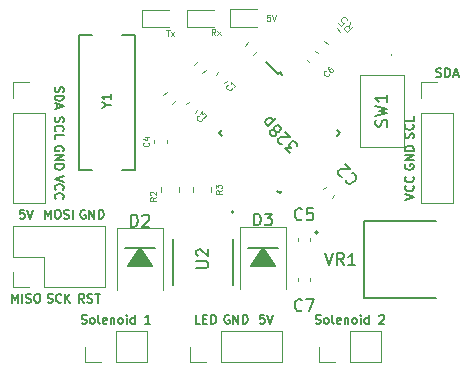
<source format=gbr>
%TF.GenerationSoftware,KiCad,Pcbnew,(6.0.2)*%
%TF.CreationDate,2022-04-29T01:07:20-04:00*%
%TF.ProjectId,Spacecraft ATmega328 MOSFET,53706163-6563-4726-9166-742041546d65,rev?*%
%TF.SameCoordinates,Original*%
%TF.FileFunction,Legend,Top*%
%TF.FilePolarity,Positive*%
%FSLAX46Y46*%
G04 Gerber Fmt 4.6, Leading zero omitted, Abs format (unit mm)*
G04 Created by KiCad (PCBNEW (6.0.2)) date 2022-04-29 01:07:20*
%MOMM*%
%LPD*%
G01*
G04 APERTURE LIST*
%ADD10C,0.150000*%
%ADD11C,0.100000*%
%ADD12C,0.130000*%
%ADD13C,0.125000*%
%ADD14C,0.120000*%
%ADD15C,0.127000*%
%ADD16C,0.200000*%
G04 APERTURE END LIST*
D10*
X98806000Y-81788000D02*
X97790000Y-83312000D01*
X108204000Y-83312000D02*
X110236000Y-83312000D01*
X107950000Y-81788000D02*
X110490000Y-81788000D01*
X110236000Y-83312000D02*
X109220000Y-81788000D01*
X109220000Y-81788000D02*
X108204000Y-83312000D01*
D11*
X110236000Y-83312000D02*
X108204000Y-83312000D01*
X108204000Y-83312000D02*
X109220000Y-81788000D01*
X109220000Y-81788000D02*
X110236000Y-83312000D01*
G36*
X110236000Y-83312000D02*
G01*
X108204000Y-83312000D01*
X109220000Y-81788000D01*
X110236000Y-83312000D01*
G37*
X110236000Y-83312000D02*
X108204000Y-83312000D01*
X109220000Y-81788000D01*
X110236000Y-83312000D01*
D10*
X99822000Y-83312000D02*
X98806000Y-81788000D01*
X97790000Y-83312000D02*
X99822000Y-83312000D01*
X97536000Y-81788000D02*
X100076000Y-81788000D01*
D11*
X99822000Y-83312000D02*
X97790000Y-83312000D01*
X97790000Y-83312000D02*
X98806000Y-81788000D01*
X98806000Y-81788000D02*
X99822000Y-83312000D01*
G36*
X99822000Y-83312000D02*
G01*
X97790000Y-83312000D01*
X98806000Y-81788000D01*
X99822000Y-83312000D01*
G37*
X99822000Y-83312000D02*
X97790000Y-83312000D01*
X98806000Y-81788000D01*
X99822000Y-83312000D01*
D12*
X113675285Y-88187571D02*
X113782428Y-88223285D01*
X113961000Y-88223285D01*
X114032428Y-88187571D01*
X114068142Y-88151857D01*
X114103857Y-88080428D01*
X114103857Y-88009000D01*
X114068142Y-87937571D01*
X114032428Y-87901857D01*
X113961000Y-87866142D01*
X113818142Y-87830428D01*
X113746714Y-87794714D01*
X113711000Y-87759000D01*
X113675285Y-87687571D01*
X113675285Y-87616142D01*
X113711000Y-87544714D01*
X113746714Y-87509000D01*
X113818142Y-87473285D01*
X113996714Y-87473285D01*
X114103857Y-87509000D01*
X114532428Y-88223285D02*
X114461000Y-88187571D01*
X114425285Y-88151857D01*
X114389571Y-88080428D01*
X114389571Y-87866142D01*
X114425285Y-87794714D01*
X114461000Y-87759000D01*
X114532428Y-87723285D01*
X114639571Y-87723285D01*
X114711000Y-87759000D01*
X114746714Y-87794714D01*
X114782428Y-87866142D01*
X114782428Y-88080428D01*
X114746714Y-88151857D01*
X114711000Y-88187571D01*
X114639571Y-88223285D01*
X114532428Y-88223285D01*
X115211000Y-88223285D02*
X115139571Y-88187571D01*
X115103857Y-88116142D01*
X115103857Y-87473285D01*
X115782428Y-88187571D02*
X115711000Y-88223285D01*
X115568142Y-88223285D01*
X115496714Y-88187571D01*
X115461000Y-88116142D01*
X115461000Y-87830428D01*
X115496714Y-87759000D01*
X115568142Y-87723285D01*
X115711000Y-87723285D01*
X115782428Y-87759000D01*
X115818142Y-87830428D01*
X115818142Y-87901857D01*
X115461000Y-87973285D01*
X116139571Y-87723285D02*
X116139571Y-88223285D01*
X116139571Y-87794714D02*
X116175285Y-87759000D01*
X116246714Y-87723285D01*
X116353857Y-87723285D01*
X116425285Y-87759000D01*
X116461000Y-87830428D01*
X116461000Y-88223285D01*
X116925285Y-88223285D02*
X116853857Y-88187571D01*
X116818142Y-88151857D01*
X116782428Y-88080428D01*
X116782428Y-87866142D01*
X116818142Y-87794714D01*
X116853857Y-87759000D01*
X116925285Y-87723285D01*
X117032428Y-87723285D01*
X117103857Y-87759000D01*
X117139571Y-87794714D01*
X117175285Y-87866142D01*
X117175285Y-88080428D01*
X117139571Y-88151857D01*
X117103857Y-88187571D01*
X117032428Y-88223285D01*
X116925285Y-88223285D01*
X117496714Y-88223285D02*
X117496714Y-87723285D01*
X117496714Y-87473285D02*
X117461000Y-87509000D01*
X117496714Y-87544714D01*
X117532428Y-87509000D01*
X117496714Y-87473285D01*
X117496714Y-87544714D01*
X118175285Y-88223285D02*
X118175285Y-87473285D01*
X118175285Y-88187571D02*
X118103857Y-88223285D01*
X117961000Y-88223285D01*
X117889571Y-88187571D01*
X117853857Y-88151857D01*
X117818142Y-88080428D01*
X117818142Y-87866142D01*
X117853857Y-87794714D01*
X117889571Y-87759000D01*
X117961000Y-87723285D01*
X118103857Y-87723285D01*
X118175285Y-87759000D01*
X119068142Y-87544714D02*
X119103857Y-87509000D01*
X119175285Y-87473285D01*
X119353857Y-87473285D01*
X119425285Y-87509000D01*
X119461000Y-87544714D01*
X119496714Y-87616142D01*
X119496714Y-87687571D01*
X119461000Y-87794714D01*
X119032428Y-88223285D01*
X119496714Y-88223285D01*
X93863285Y-88187571D02*
X93970428Y-88223285D01*
X94149000Y-88223285D01*
X94220428Y-88187571D01*
X94256142Y-88151857D01*
X94291857Y-88080428D01*
X94291857Y-88009000D01*
X94256142Y-87937571D01*
X94220428Y-87901857D01*
X94149000Y-87866142D01*
X94006142Y-87830428D01*
X93934714Y-87794714D01*
X93899000Y-87759000D01*
X93863285Y-87687571D01*
X93863285Y-87616142D01*
X93899000Y-87544714D01*
X93934714Y-87509000D01*
X94006142Y-87473285D01*
X94184714Y-87473285D01*
X94291857Y-87509000D01*
X94720428Y-88223285D02*
X94649000Y-88187571D01*
X94613285Y-88151857D01*
X94577571Y-88080428D01*
X94577571Y-87866142D01*
X94613285Y-87794714D01*
X94649000Y-87759000D01*
X94720428Y-87723285D01*
X94827571Y-87723285D01*
X94899000Y-87759000D01*
X94934714Y-87794714D01*
X94970428Y-87866142D01*
X94970428Y-88080428D01*
X94934714Y-88151857D01*
X94899000Y-88187571D01*
X94827571Y-88223285D01*
X94720428Y-88223285D01*
X95399000Y-88223285D02*
X95327571Y-88187571D01*
X95291857Y-88116142D01*
X95291857Y-87473285D01*
X95970428Y-88187571D02*
X95899000Y-88223285D01*
X95756142Y-88223285D01*
X95684714Y-88187571D01*
X95649000Y-88116142D01*
X95649000Y-87830428D01*
X95684714Y-87759000D01*
X95756142Y-87723285D01*
X95899000Y-87723285D01*
X95970428Y-87759000D01*
X96006142Y-87830428D01*
X96006142Y-87901857D01*
X95649000Y-87973285D01*
X96327571Y-87723285D02*
X96327571Y-88223285D01*
X96327571Y-87794714D02*
X96363285Y-87759000D01*
X96434714Y-87723285D01*
X96541857Y-87723285D01*
X96613285Y-87759000D01*
X96649000Y-87830428D01*
X96649000Y-88223285D01*
X97113285Y-88223285D02*
X97041857Y-88187571D01*
X97006142Y-88151857D01*
X96970428Y-88080428D01*
X96970428Y-87866142D01*
X97006142Y-87794714D01*
X97041857Y-87759000D01*
X97113285Y-87723285D01*
X97220428Y-87723285D01*
X97291857Y-87759000D01*
X97327571Y-87794714D01*
X97363285Y-87866142D01*
X97363285Y-88080428D01*
X97327571Y-88151857D01*
X97291857Y-88187571D01*
X97220428Y-88223285D01*
X97113285Y-88223285D01*
X97684714Y-88223285D02*
X97684714Y-87723285D01*
X97684714Y-87473285D02*
X97649000Y-87509000D01*
X97684714Y-87544714D01*
X97720428Y-87509000D01*
X97684714Y-87473285D01*
X97684714Y-87544714D01*
X98363285Y-88223285D02*
X98363285Y-87473285D01*
X98363285Y-88187571D02*
X98291857Y-88223285D01*
X98149000Y-88223285D01*
X98077571Y-88187571D01*
X98041857Y-88151857D01*
X98006142Y-88080428D01*
X98006142Y-87866142D01*
X98041857Y-87794714D01*
X98077571Y-87759000D01*
X98149000Y-87723285D01*
X98291857Y-87723285D01*
X98363285Y-87759000D01*
X99684714Y-88223285D02*
X99256142Y-88223285D01*
X99470428Y-88223285D02*
X99470428Y-87473285D01*
X99399000Y-87580428D01*
X99327571Y-87651857D01*
X99256142Y-87687571D01*
X121255285Y-77708000D02*
X122005285Y-77458000D01*
X121255285Y-77208000D01*
X121933857Y-76529428D02*
X121969571Y-76565142D01*
X122005285Y-76672285D01*
X122005285Y-76743714D01*
X121969571Y-76850857D01*
X121898142Y-76922285D01*
X121826714Y-76958000D01*
X121683857Y-76993714D01*
X121576714Y-76993714D01*
X121433857Y-76958000D01*
X121362428Y-76922285D01*
X121291000Y-76850857D01*
X121255285Y-76743714D01*
X121255285Y-76672285D01*
X121291000Y-76565142D01*
X121326714Y-76529428D01*
X121933857Y-75779428D02*
X121969571Y-75815142D01*
X122005285Y-75922285D01*
X122005285Y-75993714D01*
X121969571Y-76100857D01*
X121898142Y-76172285D01*
X121826714Y-76208000D01*
X121683857Y-76243714D01*
X121576714Y-76243714D01*
X121433857Y-76208000D01*
X121362428Y-76172285D01*
X121291000Y-76100857D01*
X121255285Y-75993714D01*
X121255285Y-75922285D01*
X121291000Y-75815142D01*
X121326714Y-75779428D01*
X87975428Y-86445285D02*
X87975428Y-85695285D01*
X88225428Y-86231000D01*
X88475428Y-85695285D01*
X88475428Y-86445285D01*
X88832571Y-86445285D02*
X88832571Y-85695285D01*
X89154000Y-86409571D02*
X89261142Y-86445285D01*
X89439714Y-86445285D01*
X89511142Y-86409571D01*
X89546857Y-86373857D01*
X89582571Y-86302428D01*
X89582571Y-86231000D01*
X89546857Y-86159571D01*
X89511142Y-86123857D01*
X89439714Y-86088142D01*
X89296857Y-86052428D01*
X89225428Y-86016714D01*
X89189714Y-85981000D01*
X89154000Y-85909571D01*
X89154000Y-85838142D01*
X89189714Y-85766714D01*
X89225428Y-85731000D01*
X89296857Y-85695285D01*
X89475428Y-85695285D01*
X89582571Y-85731000D01*
X90046857Y-85695285D02*
X90189714Y-85695285D01*
X90261142Y-85731000D01*
X90332571Y-85802428D01*
X90368285Y-85945285D01*
X90368285Y-86195285D01*
X90332571Y-86338142D01*
X90261142Y-86409571D01*
X90189714Y-86445285D01*
X90046857Y-86445285D01*
X89975428Y-86409571D01*
X89904000Y-86338142D01*
X89868285Y-86195285D01*
X89868285Y-85945285D01*
X89904000Y-85802428D01*
X89975428Y-85731000D01*
X90046857Y-85695285D01*
X91644428Y-68177285D02*
X91608714Y-68284428D01*
X91608714Y-68463000D01*
X91644428Y-68534428D01*
X91680142Y-68570142D01*
X91751571Y-68605857D01*
X91823000Y-68605857D01*
X91894428Y-68570142D01*
X91930142Y-68534428D01*
X91965857Y-68463000D01*
X92001571Y-68320142D01*
X92037285Y-68248714D01*
X92073000Y-68213000D01*
X92144428Y-68177285D01*
X92215857Y-68177285D01*
X92287285Y-68213000D01*
X92323000Y-68248714D01*
X92358714Y-68320142D01*
X92358714Y-68498714D01*
X92323000Y-68605857D01*
X91608714Y-68927285D02*
X92358714Y-68927285D01*
X92358714Y-69105857D01*
X92323000Y-69213000D01*
X92251571Y-69284428D01*
X92180142Y-69320142D01*
X92037285Y-69355857D01*
X91930142Y-69355857D01*
X91787285Y-69320142D01*
X91715857Y-69284428D01*
X91644428Y-69213000D01*
X91608714Y-69105857D01*
X91608714Y-68927285D01*
X91823000Y-69641571D02*
X91823000Y-69998714D01*
X91608714Y-69570142D02*
X92358714Y-69820142D01*
X91608714Y-70070142D01*
X109331142Y-87473285D02*
X108974000Y-87473285D01*
X108938285Y-87830428D01*
X108974000Y-87794714D01*
X109045428Y-87759000D01*
X109224000Y-87759000D01*
X109295428Y-87794714D01*
X109331142Y-87830428D01*
X109366857Y-87901857D01*
X109366857Y-88080428D01*
X109331142Y-88151857D01*
X109295428Y-88187571D01*
X109224000Y-88223285D01*
X109045428Y-88223285D01*
X108974000Y-88187571D01*
X108938285Y-88151857D01*
X109581142Y-87473285D02*
X109831142Y-88223285D01*
X110081142Y-87473285D01*
X92358714Y-75708000D02*
X91608714Y-75958000D01*
X92358714Y-76208000D01*
X91680142Y-76886571D02*
X91644428Y-76850857D01*
X91608714Y-76743714D01*
X91608714Y-76672285D01*
X91644428Y-76565142D01*
X91715857Y-76493714D01*
X91787285Y-76458000D01*
X91930142Y-76422285D01*
X92037285Y-76422285D01*
X92180142Y-76458000D01*
X92251571Y-76493714D01*
X92323000Y-76565142D01*
X92358714Y-76672285D01*
X92358714Y-76743714D01*
X92323000Y-76850857D01*
X92287285Y-76886571D01*
X91680142Y-77636571D02*
X91644428Y-77600857D01*
X91608714Y-77493714D01*
X91608714Y-77422285D01*
X91644428Y-77315142D01*
X91715857Y-77243714D01*
X91787285Y-77208000D01*
X91930142Y-77172285D01*
X92037285Y-77172285D01*
X92180142Y-77208000D01*
X92251571Y-77243714D01*
X92323000Y-77315142D01*
X92358714Y-77422285D01*
X92358714Y-77493714D01*
X92323000Y-77600857D01*
X92287285Y-77636571D01*
X94170571Y-78619000D02*
X94099142Y-78583285D01*
X93992000Y-78583285D01*
X93884857Y-78619000D01*
X93813428Y-78690428D01*
X93777714Y-78761857D01*
X93742000Y-78904714D01*
X93742000Y-79011857D01*
X93777714Y-79154714D01*
X93813428Y-79226142D01*
X93884857Y-79297571D01*
X93992000Y-79333285D01*
X94063428Y-79333285D01*
X94170571Y-79297571D01*
X94206285Y-79261857D01*
X94206285Y-79011857D01*
X94063428Y-79011857D01*
X94527714Y-79333285D02*
X94527714Y-78583285D01*
X94956285Y-79333285D01*
X94956285Y-78583285D01*
X95313428Y-79333285D02*
X95313428Y-78583285D01*
X95492000Y-78583285D01*
X95599142Y-78619000D01*
X95670571Y-78690428D01*
X95706285Y-78761857D01*
X95742000Y-78904714D01*
X95742000Y-79011857D01*
X95706285Y-79154714D01*
X95670571Y-79226142D01*
X95599142Y-79297571D01*
X95492000Y-79333285D01*
X95313428Y-79333285D01*
X90983714Y-86409571D02*
X91090857Y-86445285D01*
X91269428Y-86445285D01*
X91340857Y-86409571D01*
X91376571Y-86373857D01*
X91412285Y-86302428D01*
X91412285Y-86231000D01*
X91376571Y-86159571D01*
X91340857Y-86123857D01*
X91269428Y-86088142D01*
X91126571Y-86052428D01*
X91055142Y-86016714D01*
X91019428Y-85981000D01*
X90983714Y-85909571D01*
X90983714Y-85838142D01*
X91019428Y-85766714D01*
X91055142Y-85731000D01*
X91126571Y-85695285D01*
X91305142Y-85695285D01*
X91412285Y-85731000D01*
X92162285Y-86373857D02*
X92126571Y-86409571D01*
X92019428Y-86445285D01*
X91948000Y-86445285D01*
X91840857Y-86409571D01*
X91769428Y-86338142D01*
X91733714Y-86266714D01*
X91698000Y-86123857D01*
X91698000Y-86016714D01*
X91733714Y-85873857D01*
X91769428Y-85802428D01*
X91840857Y-85731000D01*
X91948000Y-85695285D01*
X92019428Y-85695285D01*
X92126571Y-85731000D01*
X92162285Y-85766714D01*
X92483714Y-86445285D02*
X92483714Y-85695285D01*
X92912285Y-86445285D02*
X92590857Y-86016714D01*
X92912285Y-85695285D02*
X92483714Y-86123857D01*
X121969571Y-72520857D02*
X122005285Y-72413714D01*
X122005285Y-72235142D01*
X121969571Y-72163714D01*
X121933857Y-72128000D01*
X121862428Y-72092285D01*
X121791000Y-72092285D01*
X121719571Y-72128000D01*
X121683857Y-72163714D01*
X121648142Y-72235142D01*
X121612428Y-72378000D01*
X121576714Y-72449428D01*
X121541000Y-72485142D01*
X121469571Y-72520857D01*
X121398142Y-72520857D01*
X121326714Y-72485142D01*
X121291000Y-72449428D01*
X121255285Y-72378000D01*
X121255285Y-72199428D01*
X121291000Y-72092285D01*
X121933857Y-71342285D02*
X121969571Y-71378000D01*
X122005285Y-71485142D01*
X122005285Y-71556571D01*
X121969571Y-71663714D01*
X121898142Y-71735142D01*
X121826714Y-71770857D01*
X121683857Y-71806571D01*
X121576714Y-71806571D01*
X121433857Y-71770857D01*
X121362428Y-71735142D01*
X121291000Y-71663714D01*
X121255285Y-71556571D01*
X121255285Y-71485142D01*
X121291000Y-71378000D01*
X121326714Y-71342285D01*
X122005285Y-70663714D02*
X122005285Y-71020857D01*
X121255285Y-71020857D01*
X123889285Y-67303571D02*
X123996428Y-67339285D01*
X124175000Y-67339285D01*
X124246428Y-67303571D01*
X124282142Y-67267857D01*
X124317857Y-67196428D01*
X124317857Y-67125000D01*
X124282142Y-67053571D01*
X124246428Y-67017857D01*
X124175000Y-66982142D01*
X124032142Y-66946428D01*
X123960714Y-66910714D01*
X123925000Y-66875000D01*
X123889285Y-66803571D01*
X123889285Y-66732142D01*
X123925000Y-66660714D01*
X123960714Y-66625000D01*
X124032142Y-66589285D01*
X124210714Y-66589285D01*
X124317857Y-66625000D01*
X124639285Y-67339285D02*
X124639285Y-66589285D01*
X124817857Y-66589285D01*
X124925000Y-66625000D01*
X124996428Y-66696428D01*
X125032142Y-66767857D01*
X125067857Y-66910714D01*
X125067857Y-67017857D01*
X125032142Y-67160714D01*
X124996428Y-67232142D01*
X124925000Y-67303571D01*
X124817857Y-67339285D01*
X124639285Y-67339285D01*
X125353571Y-67125000D02*
X125710714Y-67125000D01*
X125282142Y-67339285D02*
X125532142Y-66589285D01*
X125782142Y-67339285D01*
X94077285Y-86445285D02*
X93827285Y-86088142D01*
X93648714Y-86445285D02*
X93648714Y-85695285D01*
X93934428Y-85695285D01*
X94005857Y-85731000D01*
X94041571Y-85766714D01*
X94077285Y-85838142D01*
X94077285Y-85945285D01*
X94041571Y-86016714D01*
X94005857Y-86052428D01*
X93934428Y-86088142D01*
X93648714Y-86088142D01*
X94363000Y-86409571D02*
X94470142Y-86445285D01*
X94648714Y-86445285D01*
X94720142Y-86409571D01*
X94755857Y-86373857D01*
X94791571Y-86302428D01*
X94791571Y-86231000D01*
X94755857Y-86159571D01*
X94720142Y-86123857D01*
X94648714Y-86088142D01*
X94505857Y-86052428D01*
X94434428Y-86016714D01*
X94398714Y-85981000D01*
X94363000Y-85909571D01*
X94363000Y-85838142D01*
X94398714Y-85766714D01*
X94434428Y-85731000D01*
X94505857Y-85695285D01*
X94684428Y-85695285D01*
X94791571Y-85731000D01*
X95005857Y-85695285D02*
X95434428Y-85695285D01*
X95220142Y-86445285D02*
X95220142Y-85695285D01*
X90769428Y-79333285D02*
X90769428Y-78583285D01*
X91019428Y-79119000D01*
X91269428Y-78583285D01*
X91269428Y-79333285D01*
X91769428Y-78583285D02*
X91912285Y-78583285D01*
X91983714Y-78619000D01*
X92055142Y-78690428D01*
X92090857Y-78833285D01*
X92090857Y-79083285D01*
X92055142Y-79226142D01*
X91983714Y-79297571D01*
X91912285Y-79333285D01*
X91769428Y-79333285D01*
X91698000Y-79297571D01*
X91626571Y-79226142D01*
X91590857Y-79083285D01*
X91590857Y-78833285D01*
X91626571Y-78690428D01*
X91698000Y-78619000D01*
X91769428Y-78583285D01*
X92376571Y-79297571D02*
X92483714Y-79333285D01*
X92662285Y-79333285D01*
X92733714Y-79297571D01*
X92769428Y-79261857D01*
X92805142Y-79190428D01*
X92805142Y-79119000D01*
X92769428Y-79047571D01*
X92733714Y-79011857D01*
X92662285Y-78976142D01*
X92519428Y-78940428D01*
X92448000Y-78904714D01*
X92412285Y-78869000D01*
X92376571Y-78797571D01*
X92376571Y-78726142D01*
X92412285Y-78654714D01*
X92448000Y-78619000D01*
X92519428Y-78583285D01*
X92698000Y-78583285D01*
X92805142Y-78619000D01*
X93126571Y-79333285D02*
X93126571Y-78583285D01*
X91644428Y-70735142D02*
X91608714Y-70842285D01*
X91608714Y-71020857D01*
X91644428Y-71092285D01*
X91680142Y-71128000D01*
X91751571Y-71163714D01*
X91823000Y-71163714D01*
X91894428Y-71128000D01*
X91930142Y-71092285D01*
X91965857Y-71020857D01*
X92001571Y-70878000D01*
X92037285Y-70806571D01*
X92073000Y-70770857D01*
X92144428Y-70735142D01*
X92215857Y-70735142D01*
X92287285Y-70770857D01*
X92323000Y-70806571D01*
X92358714Y-70878000D01*
X92358714Y-71056571D01*
X92323000Y-71163714D01*
X91680142Y-71913714D02*
X91644428Y-71878000D01*
X91608714Y-71770857D01*
X91608714Y-71699428D01*
X91644428Y-71592285D01*
X91715857Y-71520857D01*
X91787285Y-71485142D01*
X91930142Y-71449428D01*
X92037285Y-71449428D01*
X92180142Y-71485142D01*
X92251571Y-71520857D01*
X92323000Y-71592285D01*
X92358714Y-71699428D01*
X92358714Y-71770857D01*
X92323000Y-71878000D01*
X92287285Y-71913714D01*
X91608714Y-72592285D02*
X91608714Y-72235142D01*
X92358714Y-72235142D01*
X106362571Y-87509000D02*
X106291142Y-87473285D01*
X106184000Y-87473285D01*
X106076857Y-87509000D01*
X106005428Y-87580428D01*
X105969714Y-87651857D01*
X105934000Y-87794714D01*
X105934000Y-87901857D01*
X105969714Y-88044714D01*
X106005428Y-88116142D01*
X106076857Y-88187571D01*
X106184000Y-88223285D01*
X106255428Y-88223285D01*
X106362571Y-88187571D01*
X106398285Y-88151857D01*
X106398285Y-87901857D01*
X106255428Y-87901857D01*
X106719714Y-88223285D02*
X106719714Y-87473285D01*
X107148285Y-88223285D01*
X107148285Y-87473285D01*
X107505428Y-88223285D02*
X107505428Y-87473285D01*
X107684000Y-87473285D01*
X107791142Y-87509000D01*
X107862571Y-87580428D01*
X107898285Y-87651857D01*
X107934000Y-87794714D01*
X107934000Y-87901857D01*
X107898285Y-88044714D01*
X107862571Y-88116142D01*
X107791142Y-88187571D01*
X107684000Y-88223285D01*
X107505428Y-88223285D01*
X89011142Y-78583285D02*
X88654000Y-78583285D01*
X88618285Y-78940428D01*
X88654000Y-78904714D01*
X88725428Y-78869000D01*
X88904000Y-78869000D01*
X88975428Y-78904714D01*
X89011142Y-78940428D01*
X89046857Y-79011857D01*
X89046857Y-79190428D01*
X89011142Y-79261857D01*
X88975428Y-79297571D01*
X88904000Y-79333285D01*
X88725428Y-79333285D01*
X88654000Y-79297571D01*
X88618285Y-79261857D01*
X89261142Y-78583285D02*
X89511142Y-79333285D01*
X89761142Y-78583285D01*
X92323000Y-73596571D02*
X92358714Y-73525142D01*
X92358714Y-73418000D01*
X92323000Y-73310857D01*
X92251571Y-73239428D01*
X92180142Y-73203714D01*
X92037285Y-73168000D01*
X91930142Y-73168000D01*
X91787285Y-73203714D01*
X91715857Y-73239428D01*
X91644428Y-73310857D01*
X91608714Y-73418000D01*
X91608714Y-73489428D01*
X91644428Y-73596571D01*
X91680142Y-73632285D01*
X91930142Y-73632285D01*
X91930142Y-73489428D01*
X91608714Y-73953714D02*
X92358714Y-73953714D01*
X91608714Y-74382285D01*
X92358714Y-74382285D01*
X91608714Y-74739428D02*
X92358714Y-74739428D01*
X92358714Y-74918000D01*
X92323000Y-75025142D01*
X92251571Y-75096571D01*
X92180142Y-75132285D01*
X92037285Y-75168000D01*
X91930142Y-75168000D01*
X91787285Y-75132285D01*
X91715857Y-75096571D01*
X91644428Y-75025142D01*
X91608714Y-74918000D01*
X91608714Y-74739428D01*
X103911857Y-88223285D02*
X103554714Y-88223285D01*
X103554714Y-87473285D01*
X104161857Y-87830428D02*
X104411857Y-87830428D01*
X104519000Y-88223285D02*
X104161857Y-88223285D01*
X104161857Y-87473285D01*
X104519000Y-87473285D01*
X104840428Y-88223285D02*
X104840428Y-87473285D01*
X105019000Y-87473285D01*
X105126142Y-87509000D01*
X105197571Y-87580428D01*
X105233285Y-87651857D01*
X105269000Y-87794714D01*
X105269000Y-87901857D01*
X105233285Y-88044714D01*
X105197571Y-88116142D01*
X105126142Y-88187571D01*
X105019000Y-88223285D01*
X104840428Y-88223285D01*
X121291000Y-74739428D02*
X121255285Y-74810857D01*
X121255285Y-74918000D01*
X121291000Y-75025142D01*
X121362428Y-75096571D01*
X121433857Y-75132285D01*
X121576714Y-75168000D01*
X121683857Y-75168000D01*
X121826714Y-75132285D01*
X121898142Y-75096571D01*
X121969571Y-75025142D01*
X122005285Y-74918000D01*
X122005285Y-74846571D01*
X121969571Y-74739428D01*
X121933857Y-74703714D01*
X121683857Y-74703714D01*
X121683857Y-74846571D01*
X122005285Y-74382285D02*
X121255285Y-74382285D01*
X122005285Y-73953714D01*
X121255285Y-73953714D01*
X122005285Y-73596571D02*
X121255285Y-73596571D01*
X121255285Y-73418000D01*
X121291000Y-73310857D01*
X121362428Y-73239428D01*
X121433857Y-73203714D01*
X121576714Y-73168000D01*
X121683857Y-73168000D01*
X121826714Y-73203714D01*
X121898142Y-73239428D01*
X121969571Y-73310857D01*
X122005285Y-73418000D01*
X122005285Y-73596571D01*
D10*
%TO.C,C2*%
X116786835Y-75465312D02*
X116854178Y-75465312D01*
X116988865Y-75532656D01*
X117056209Y-75600000D01*
X117123552Y-75734687D01*
X117123552Y-75869374D01*
X117089881Y-75970389D01*
X116988865Y-76138748D01*
X116887850Y-76239763D01*
X116719491Y-76340778D01*
X116618476Y-76374450D01*
X116483789Y-76374450D01*
X116349102Y-76307106D01*
X116281758Y-76239763D01*
X116214415Y-76105076D01*
X116214415Y-76037732D01*
X115945041Y-75768358D02*
X115877697Y-75768358D01*
X115776682Y-75734687D01*
X115608323Y-75566328D01*
X115574652Y-75465312D01*
X115574652Y-75397969D01*
X115608323Y-75296954D01*
X115675667Y-75229610D01*
X115810354Y-75162267D01*
X116618476Y-75162267D01*
X116180743Y-74724534D01*
D13*
%TO.C,C1*%
X106567343Y-68285194D02*
X106567343Y-68318866D01*
X106533671Y-68386209D01*
X106500000Y-68419881D01*
X106432656Y-68453553D01*
X106365312Y-68453553D01*
X106314805Y-68436717D01*
X106230625Y-68386209D01*
X106180118Y-68335702D01*
X106129610Y-68251522D01*
X106112774Y-68201015D01*
X106112774Y-68133671D01*
X106146446Y-68066328D01*
X106180118Y-68032656D01*
X106247461Y-67998984D01*
X106281133Y-67998984D01*
X106937732Y-67982148D02*
X106735702Y-68184179D01*
X106836717Y-68083164D02*
X106483164Y-67729610D01*
X106500000Y-67813790D01*
X106500000Y-67881133D01*
X106483164Y-67931641D01*
%TO.C,C3*%
X104067343Y-70885194D02*
X104067343Y-70918866D01*
X104033671Y-70986209D01*
X104000000Y-71019881D01*
X103932656Y-71053553D01*
X103865312Y-71053553D01*
X103814805Y-71036717D01*
X103730625Y-70986209D01*
X103680118Y-70935702D01*
X103629610Y-70851522D01*
X103612774Y-70801015D01*
X103612774Y-70733671D01*
X103646446Y-70666328D01*
X103680118Y-70632656D01*
X103747461Y-70598984D01*
X103781133Y-70598984D01*
X103865312Y-70447461D02*
X104084179Y-70228595D01*
X104101015Y-70481133D01*
X104151522Y-70430625D01*
X104202030Y-70413790D01*
X104235702Y-70413790D01*
X104286209Y-70430625D01*
X104370389Y-70514805D01*
X104387225Y-70565312D01*
X104387225Y-70598984D01*
X104370389Y-70649492D01*
X104269374Y-70750507D01*
X104218866Y-70767343D01*
X104185194Y-70767343D01*
%TO.C,C4*%
X99528571Y-72883333D02*
X99552380Y-72907142D01*
X99576190Y-72978571D01*
X99576190Y-73026190D01*
X99552380Y-73097619D01*
X99504761Y-73145238D01*
X99457142Y-73169047D01*
X99361904Y-73192857D01*
X99290476Y-73192857D01*
X99195238Y-73169047D01*
X99147619Y-73145238D01*
X99100000Y-73097619D01*
X99076190Y-73026190D01*
X99076190Y-72978571D01*
X99100000Y-72907142D01*
X99123809Y-72883333D01*
X99242857Y-72454761D02*
X99576190Y-72454761D01*
X99052380Y-72573809D02*
X99409523Y-72692857D01*
X99409523Y-72383333D01*
D14*
%TO.C,C6*%
X114817343Y-67085194D02*
X114817343Y-67118866D01*
X114783671Y-67186209D01*
X114750000Y-67219881D01*
X114682656Y-67253553D01*
X114615312Y-67253553D01*
X114564805Y-67236717D01*
X114480625Y-67186209D01*
X114430118Y-67135702D01*
X114379610Y-67051522D01*
X114362774Y-67001015D01*
X114362774Y-66933671D01*
X114396446Y-66866328D01*
X114430118Y-66832656D01*
X114497461Y-66798984D01*
X114531133Y-66798984D01*
X114800507Y-66462267D02*
X114733164Y-66529610D01*
X114716328Y-66580118D01*
X114716328Y-66613790D01*
X114733164Y-66697969D01*
X114783671Y-66782148D01*
X114918358Y-66916835D01*
X114968866Y-66933671D01*
X115002538Y-66933671D01*
X115053045Y-66916835D01*
X115120389Y-66849492D01*
X115137225Y-66798984D01*
X115137225Y-66765312D01*
X115120389Y-66714805D01*
X115036209Y-66630625D01*
X114985702Y-66613790D01*
X114952030Y-66613790D01*
X114901522Y-66630625D01*
X114834179Y-66697969D01*
X114817343Y-66748477D01*
X114817343Y-66782148D01*
X114834179Y-66832656D01*
D10*
%TO.C,D2*%
X98061904Y-79996380D02*
X98061904Y-78996380D01*
X98300000Y-78996380D01*
X98442857Y-79044000D01*
X98538095Y-79139238D01*
X98585714Y-79234476D01*
X98633333Y-79424952D01*
X98633333Y-79567809D01*
X98585714Y-79758285D01*
X98538095Y-79853523D01*
X98442857Y-79948761D01*
X98300000Y-79996380D01*
X98061904Y-79996380D01*
X99014285Y-79091619D02*
X99061904Y-79044000D01*
X99157142Y-78996380D01*
X99395238Y-78996380D01*
X99490476Y-79044000D01*
X99538095Y-79091619D01*
X99585714Y-79186857D01*
X99585714Y-79282095D01*
X99538095Y-79424952D01*
X98966666Y-79996380D01*
X99585714Y-79996380D01*
D14*
%TO.C,R5*%
X116578299Y-62698477D02*
X116502538Y-63127791D01*
X116881345Y-63001522D02*
X116351015Y-63531852D01*
X116148984Y-63329822D01*
X116123730Y-63254061D01*
X116123730Y-63203553D01*
X116148984Y-63127791D01*
X116224746Y-63052030D01*
X116300507Y-63026776D01*
X116351015Y-63026776D01*
X116426776Y-63052030D01*
X116628807Y-63254061D01*
X115568147Y-62748984D02*
X115820685Y-63001522D01*
X116098477Y-62774238D01*
X116047969Y-62774238D01*
X115972208Y-62748984D01*
X115845938Y-62622715D01*
X115820685Y-62546954D01*
X115820685Y-62496446D01*
X115845938Y-62420685D01*
X115972208Y-62294416D01*
X116047969Y-62269162D01*
X116098477Y-62269162D01*
X116174238Y-62294416D01*
X116300507Y-62420685D01*
X116325761Y-62496446D01*
X116325761Y-62546954D01*
D10*
%TO.C,328p*%
X111506077Y-73808695D02*
X111068345Y-73370962D01*
X111573421Y-73337290D01*
X111472406Y-73236275D01*
X111438734Y-73135260D01*
X111438734Y-73067916D01*
X111472406Y-72966901D01*
X111640764Y-72798542D01*
X111741780Y-72764870D01*
X111809123Y-72764870D01*
X111910138Y-72798542D01*
X112112169Y-73000573D01*
X112145841Y-73101588D01*
X112145841Y-73168931D01*
X110866314Y-73034244D02*
X110798971Y-73034244D01*
X110697955Y-73000573D01*
X110529596Y-72832214D01*
X110495925Y-72731199D01*
X110495925Y-72663855D01*
X110529596Y-72562840D01*
X110596940Y-72495496D01*
X110731627Y-72428153D01*
X111539749Y-72428153D01*
X111102016Y-71990420D01*
X110293894Y-71990420D02*
X110327566Y-72091435D01*
X110327566Y-72158779D01*
X110293894Y-72259794D01*
X110260222Y-72293466D01*
X110159207Y-72327138D01*
X110091864Y-72327138D01*
X109990848Y-72293466D01*
X109856161Y-72158779D01*
X109822490Y-72057763D01*
X109822490Y-71990420D01*
X109856161Y-71889405D01*
X109889833Y-71855733D01*
X109990848Y-71822061D01*
X110058192Y-71822061D01*
X110159207Y-71855733D01*
X110293894Y-71990420D01*
X110394909Y-72024092D01*
X110462253Y-72024092D01*
X110563268Y-71990420D01*
X110697955Y-71855733D01*
X110731627Y-71754718D01*
X110731627Y-71687374D01*
X110697955Y-71586359D01*
X110563268Y-71451672D01*
X110462253Y-71418000D01*
X110394909Y-71418000D01*
X110293894Y-71451672D01*
X110159207Y-71586359D01*
X110125535Y-71687374D01*
X110125535Y-71754718D01*
X110159207Y-71855733D01*
X109654131Y-71485344D02*
X110361238Y-70778237D01*
X109687803Y-71451672D02*
X109586787Y-71418000D01*
X109452100Y-71283313D01*
X109418429Y-71182298D01*
X109418429Y-71114954D01*
X109452100Y-71013939D01*
X109654131Y-70811909D01*
X109755146Y-70778237D01*
X109822490Y-70778237D01*
X109923505Y-70811909D01*
X110058192Y-70946596D01*
X110091864Y-71047611D01*
%TO.C,Y1*%
X95993190Y-69718186D02*
X96369377Y-69718186D01*
X95579385Y-69981517D02*
X95993190Y-69718186D01*
X95579385Y-69454856D01*
X96369377Y-68777720D02*
X96369377Y-69229144D01*
X96369377Y-69003432D02*
X95579385Y-69003432D01*
X95692241Y-69078669D01*
X95767478Y-69153906D01*
X95805097Y-69229144D01*
%TO.C,SW1*%
X119704761Y-71533333D02*
X119752380Y-71390476D01*
X119752380Y-71152380D01*
X119704761Y-71057142D01*
X119657142Y-71009523D01*
X119561904Y-70961904D01*
X119466666Y-70961904D01*
X119371428Y-71009523D01*
X119323809Y-71057142D01*
X119276190Y-71152380D01*
X119228571Y-71342857D01*
X119180952Y-71438095D01*
X119133333Y-71485714D01*
X119038095Y-71533333D01*
X118942857Y-71533333D01*
X118847619Y-71485714D01*
X118800000Y-71438095D01*
X118752380Y-71342857D01*
X118752380Y-71104761D01*
X118800000Y-70961904D01*
X118752380Y-70628571D02*
X119752380Y-70390476D01*
X119038095Y-70200000D01*
X119752380Y-70009523D01*
X118752380Y-69771428D01*
X119752380Y-68866666D02*
X119752380Y-69438095D01*
X119752380Y-69152380D02*
X118752380Y-69152380D01*
X118895238Y-69247619D01*
X118990476Y-69342857D01*
X119038095Y-69438095D01*
%TO.C,C7*%
X112533333Y-87057142D02*
X112485714Y-87104761D01*
X112342857Y-87152380D01*
X112247619Y-87152380D01*
X112104761Y-87104761D01*
X112009523Y-87009523D01*
X111961904Y-86914285D01*
X111914285Y-86723809D01*
X111914285Y-86580952D01*
X111961904Y-86390476D01*
X112009523Y-86295238D01*
X112104761Y-86200000D01*
X112247619Y-86152380D01*
X112342857Y-86152380D01*
X112485714Y-86200000D01*
X112533333Y-86247619D01*
X112866666Y-86152380D02*
X113533333Y-86152380D01*
X113104761Y-87152380D01*
%TO.C,C5*%
X112533333Y-79357142D02*
X112485714Y-79404761D01*
X112342857Y-79452380D01*
X112247619Y-79452380D01*
X112104761Y-79404761D01*
X112009523Y-79309523D01*
X111961904Y-79214285D01*
X111914285Y-79023809D01*
X111914285Y-78880952D01*
X111961904Y-78690476D01*
X112009523Y-78595238D01*
X112104761Y-78500000D01*
X112247619Y-78452380D01*
X112342857Y-78452380D01*
X112485714Y-78500000D01*
X112533333Y-78547619D01*
X113438095Y-78452380D02*
X112961904Y-78452380D01*
X112914285Y-78928571D01*
X112961904Y-78880952D01*
X113057142Y-78833333D01*
X113295238Y-78833333D01*
X113390476Y-78880952D01*
X113438095Y-78928571D01*
X113485714Y-79023809D01*
X113485714Y-79261904D01*
X113438095Y-79357142D01*
X113390476Y-79404761D01*
X113295238Y-79452380D01*
X113057142Y-79452380D01*
X112961904Y-79404761D01*
X112914285Y-79357142D01*
D13*
%TO.C,R2*%
X100176190Y-77533333D02*
X99938095Y-77700000D01*
X100176190Y-77819047D02*
X99676190Y-77819047D01*
X99676190Y-77628571D01*
X99700000Y-77580952D01*
X99723809Y-77557142D01*
X99771428Y-77533333D01*
X99842857Y-77533333D01*
X99890476Y-77557142D01*
X99914285Y-77580952D01*
X99938095Y-77628571D01*
X99938095Y-77819047D01*
X99723809Y-77342857D02*
X99700000Y-77319047D01*
X99676190Y-77271428D01*
X99676190Y-77152380D01*
X99700000Y-77104761D01*
X99723809Y-77080952D01*
X99771428Y-77057142D01*
X99819047Y-77057142D01*
X99890476Y-77080952D01*
X100176190Y-77366666D01*
X100176190Y-77057142D01*
D10*
%TO.C,U2*%
X103592380Y-83482904D02*
X104401904Y-83482904D01*
X104497142Y-83435285D01*
X104544761Y-83387666D01*
X104592380Y-83292428D01*
X104592380Y-83101952D01*
X104544761Y-83006714D01*
X104497142Y-82959095D01*
X104401904Y-82911476D01*
X103592380Y-82911476D01*
X103687619Y-82482904D02*
X103640000Y-82435285D01*
X103592380Y-82340047D01*
X103592380Y-82101952D01*
X103640000Y-82006714D01*
X103687619Y-81959095D01*
X103782857Y-81911476D01*
X103878095Y-81911476D01*
X104020952Y-81959095D01*
X104592380Y-82530523D01*
X104592380Y-81911476D01*
%TO.C,VR1*%
X114514476Y-82256380D02*
X114847809Y-83256380D01*
X115181142Y-82256380D01*
X116085904Y-83256380D02*
X115752571Y-82780190D01*
X115514476Y-83256380D02*
X115514476Y-82256380D01*
X115895428Y-82256380D01*
X115990666Y-82304000D01*
X116038285Y-82351619D01*
X116085904Y-82446857D01*
X116085904Y-82589714D01*
X116038285Y-82684952D01*
X115990666Y-82732571D01*
X115895428Y-82780190D01*
X115514476Y-82780190D01*
X117038285Y-83256380D02*
X116466857Y-83256380D01*
X116752571Y-83256380D02*
X116752571Y-82256380D01*
X116657333Y-82399238D01*
X116562095Y-82494476D01*
X116466857Y-82542095D01*
D13*
%TO.C,Rx*%
X105202380Y-63776190D02*
X105035714Y-63538095D01*
X104916666Y-63776190D02*
X104916666Y-63276190D01*
X105107142Y-63276190D01*
X105154761Y-63300000D01*
X105178571Y-63323809D01*
X105202380Y-63371428D01*
X105202380Y-63442857D01*
X105178571Y-63490476D01*
X105154761Y-63514285D01*
X105107142Y-63538095D01*
X104916666Y-63538095D01*
X105369047Y-63776190D02*
X105630952Y-63442857D01*
X105369047Y-63442857D02*
X105630952Y-63776190D01*
%TO.C,Tx*%
X101054761Y-63326190D02*
X101340476Y-63326190D01*
X101197619Y-63826190D02*
X101197619Y-63326190D01*
X101459523Y-63826190D02*
X101721428Y-63492857D01*
X101459523Y-63492857D02*
X101721428Y-63826190D01*
%TO.C,5V*%
X109804761Y-62076190D02*
X109566666Y-62076190D01*
X109542857Y-62314285D01*
X109566666Y-62290476D01*
X109614285Y-62266666D01*
X109733333Y-62266666D01*
X109780952Y-62290476D01*
X109804761Y-62314285D01*
X109828571Y-62361904D01*
X109828571Y-62480952D01*
X109804761Y-62528571D01*
X109780952Y-62552380D01*
X109733333Y-62576190D01*
X109614285Y-62576190D01*
X109566666Y-62552380D01*
X109542857Y-62528571D01*
X109971428Y-62076190D02*
X110138095Y-62576190D01*
X110304761Y-62076190D01*
%TO.C,R3*%
X105726190Y-76933333D02*
X105488095Y-77100000D01*
X105726190Y-77219047D02*
X105226190Y-77219047D01*
X105226190Y-77028571D01*
X105250000Y-76980952D01*
X105273809Y-76957142D01*
X105321428Y-76933333D01*
X105392857Y-76933333D01*
X105440476Y-76957142D01*
X105464285Y-76980952D01*
X105488095Y-77028571D01*
X105488095Y-77219047D01*
X105226190Y-76766666D02*
X105226190Y-76457142D01*
X105416666Y-76623809D01*
X105416666Y-76552380D01*
X105440476Y-76504761D01*
X105464285Y-76480952D01*
X105511904Y-76457142D01*
X105630952Y-76457142D01*
X105678571Y-76480952D01*
X105702380Y-76504761D01*
X105726190Y-76552380D01*
X105726190Y-76695238D01*
X105702380Y-76742857D01*
X105678571Y-76766666D01*
D10*
%TO.C,D3*%
X108461904Y-79896380D02*
X108461904Y-78896380D01*
X108700000Y-78896380D01*
X108842857Y-78944000D01*
X108938095Y-79039238D01*
X108985714Y-79134476D01*
X109033333Y-79324952D01*
X109033333Y-79467809D01*
X108985714Y-79658285D01*
X108938095Y-79753523D01*
X108842857Y-79848761D01*
X108700000Y-79896380D01*
X108461904Y-79896380D01*
X109366666Y-78896380D02*
X109985714Y-78896380D01*
X109652380Y-79277333D01*
X109795238Y-79277333D01*
X109890476Y-79324952D01*
X109938095Y-79372571D01*
X109985714Y-79467809D01*
X109985714Y-79705904D01*
X109938095Y-79801142D01*
X109890476Y-79848761D01*
X109795238Y-79896380D01*
X109509523Y-79896380D01*
X109414285Y-79848761D01*
X109366666Y-79801142D01*
D14*
%TO.C,C2*%
X114339970Y-76838781D02*
X114538781Y-76639970D01*
X115061219Y-77560030D02*
X115260030Y-77361219D01*
%TO.C,C1*%
X105961219Y-67860030D02*
X106160030Y-67661219D01*
X105239970Y-67138781D02*
X105438781Y-66939970D01*
%TO.C,C3*%
X102739970Y-69638781D02*
X102938781Y-69439970D01*
X103461219Y-70360030D02*
X103660030Y-70161219D01*
%TO.C,C4*%
X101060000Y-72940580D02*
X101060000Y-72659420D01*
X100040000Y-72940580D02*
X100040000Y-72659420D01*
%TO.C,C6*%
X113661219Y-65139970D02*
X113860030Y-65338781D01*
X112939970Y-65861219D02*
X113138781Y-66060030D01*
%TO.C,D2*%
X100760000Y-80140000D02*
X96840000Y-80140000D01*
X96840000Y-80140000D02*
X96840000Y-85350000D01*
X100760000Y-85350000D02*
X100760000Y-80140000D01*
%TO.C,J4*%
X103064000Y-91500000D02*
X103064000Y-90170000D01*
X105664000Y-91500000D02*
X105664000Y-88840000D01*
X104394000Y-91500000D02*
X103064000Y-91500000D01*
X105664000Y-91500000D02*
X110804000Y-91500000D01*
X105664000Y-88840000D02*
X110804000Y-88840000D01*
X110804000Y-91500000D02*
X110804000Y-88840000D01*
%TO.C,R5*%
X115459165Y-63219718D02*
X115780282Y-63540835D01*
X114419718Y-64259165D02*
X114740835Y-64580282D01*
%TO.C,R7*%
X100762770Y-68898303D02*
X101098303Y-68562770D01*
X101501697Y-69637230D02*
X101837230Y-69301697D01*
%TO.C,R8*%
X103362770Y-66298303D02*
X103698303Y-65962770D01*
X104101697Y-67037230D02*
X104437230Y-66701697D01*
D10*
%TO.C,328p*%
X110636000Y-66941476D02*
X110476901Y-67100575D01*
X110636000Y-66941476D02*
X110865810Y-67171286D01*
X110636000Y-77194524D02*
X110865810Y-76964714D01*
X115762524Y-72068000D02*
X115532714Y-72297810D01*
X105509476Y-72068000D02*
X105739286Y-72297810D01*
X115762524Y-72068000D02*
X115532714Y-71838190D01*
X110636000Y-77194524D02*
X110406190Y-76964714D01*
X110476901Y-67100575D02*
X109469274Y-66092948D01*
X105509476Y-72068000D02*
X105739286Y-71838190D01*
D14*
%TO.C,J1*%
X88078000Y-67758000D02*
X89408000Y-67758000D01*
X90738000Y-70358000D02*
X90738000Y-78038000D01*
X88078000Y-78038000D02*
X90738000Y-78038000D01*
X88078000Y-69088000D02*
X88078000Y-67758000D01*
X88078000Y-70358000D02*
X88078000Y-78038000D01*
X88078000Y-70358000D02*
X90738000Y-70358000D01*
%TO.C,J5*%
X96774000Y-88840000D02*
X99374000Y-88840000D01*
X95504000Y-91500000D02*
X94174000Y-91500000D01*
X96774000Y-91500000D02*
X99374000Y-91500000D01*
X94174000Y-91500000D02*
X94174000Y-90170000D01*
X99374000Y-91500000D02*
X99374000Y-88840000D01*
X96774000Y-91500000D02*
X96774000Y-88840000D01*
D15*
%TO.C,Y1*%
X97266000Y-63820000D02*
X98412000Y-63820000D01*
X98412000Y-63820000D02*
X98412000Y-75220000D01*
X94758000Y-75220000D02*
X93612000Y-75220000D01*
X93612000Y-75220000D02*
X93612000Y-63820000D01*
X98412000Y-75220000D02*
X97266000Y-75220000D01*
X93612000Y-63820000D02*
X94758000Y-63820000D01*
D14*
%TO.C,J3*%
X90678000Y-85150000D02*
X90678000Y-82550000D01*
X88078000Y-85150000D02*
X88078000Y-83820000D01*
X90678000Y-85150000D02*
X95818000Y-85150000D01*
X95818000Y-85150000D02*
X95818000Y-79950000D01*
X90678000Y-82550000D02*
X88078000Y-82550000D01*
X88078000Y-79950000D02*
X95818000Y-79950000D01*
X88078000Y-82550000D02*
X88078000Y-79950000D01*
X89408000Y-85150000D02*
X88078000Y-85150000D01*
%TO.C,R6*%
X108401697Y-65437230D02*
X108737230Y-65101697D01*
X107662770Y-64698303D02*
X107998303Y-64362770D01*
D11*
%TO.C,SW1*%
X117450000Y-67150000D02*
X121150000Y-67150000D01*
X117450000Y-73250000D02*
X117450000Y-67150000D01*
X121150000Y-73250000D02*
X117450000Y-73250000D01*
X121150000Y-67150000D02*
X121150000Y-73250000D01*
X120100000Y-65400000D02*
G75*
G03*
X120100000Y-65500000I0J-50000D01*
G01*
X120100000Y-65500000D02*
G75*
G03*
X120100000Y-65400000I0J50000D01*
G01*
D14*
%TO.C,C7*%
X113210000Y-84640580D02*
X113210000Y-84359420D01*
X112190000Y-84640580D02*
X112190000Y-84359420D01*
%TO.C,C5*%
X112190000Y-80959420D02*
X112190000Y-81240580D01*
X113210000Y-80959420D02*
X113210000Y-81240580D01*
%TO.C,R2*%
X100615000Y-77077064D02*
X100615000Y-76622936D01*
X102085000Y-77077064D02*
X102085000Y-76622936D01*
D15*
%TO.C,U2*%
X106660000Y-81025000D02*
X106660000Y-84925000D01*
X101620000Y-81025000D02*
X101620000Y-84925000D01*
D16*
X106735000Y-78770000D02*
G75*
G03*
X106735000Y-78770000I-100000J0D01*
G01*
D15*
%TO.C,VR1*%
X123897000Y-79534000D02*
X117796000Y-79534000D01*
X117796000Y-79534000D02*
X117796000Y-86074000D01*
X117796000Y-86074000D02*
X123897000Y-86074000D01*
D16*
X113849000Y-80504000D02*
G75*
G03*
X113849000Y-80504000I-100000J0D01*
G01*
D14*
%TO.C,Rx*%
X102765000Y-61665000D02*
X102765000Y-63135000D01*
X105050000Y-61665000D02*
X102765000Y-61665000D01*
X102765000Y-63135000D02*
X105050000Y-63135000D01*
%TO.C,Tx*%
X98965000Y-61665000D02*
X98965000Y-63135000D01*
X98965000Y-63135000D02*
X101250000Y-63135000D01*
X101250000Y-61665000D02*
X98965000Y-61665000D01*
%TO.C,5V*%
X106465000Y-63085000D02*
X108750000Y-63085000D01*
X108750000Y-61615000D02*
X106465000Y-61615000D01*
X106465000Y-61615000D02*
X106465000Y-63085000D01*
%TO.C,Jv*%
X116586000Y-91500000D02*
X116586000Y-88840000D01*
X113986000Y-91500000D02*
X113986000Y-90170000D01*
X115316000Y-91500000D02*
X113986000Y-91500000D01*
X119186000Y-91500000D02*
X119186000Y-88840000D01*
X116586000Y-88840000D02*
X119186000Y-88840000D01*
X116586000Y-91500000D02*
X119186000Y-91500000D01*
%TO.C,R3*%
X104785000Y-77077064D02*
X104785000Y-76622936D01*
X103315000Y-77077064D02*
X103315000Y-76622936D01*
%TO.C,D3*%
X111160000Y-80040000D02*
X107240000Y-80040000D01*
X111160000Y-85250000D02*
X111160000Y-80040000D01*
X107240000Y-80040000D02*
X107240000Y-85250000D01*
%TO.C,J2*%
X122622000Y-69088000D02*
X122622000Y-67758000D01*
X122622000Y-67758000D02*
X123952000Y-67758000D01*
X125282000Y-70358000D02*
X125282000Y-78038000D01*
X122622000Y-78038000D02*
X125282000Y-78038000D01*
X122622000Y-70358000D02*
X125282000Y-70358000D01*
X122622000Y-70358000D02*
X122622000Y-78038000D01*
%TD*%
M02*

</source>
